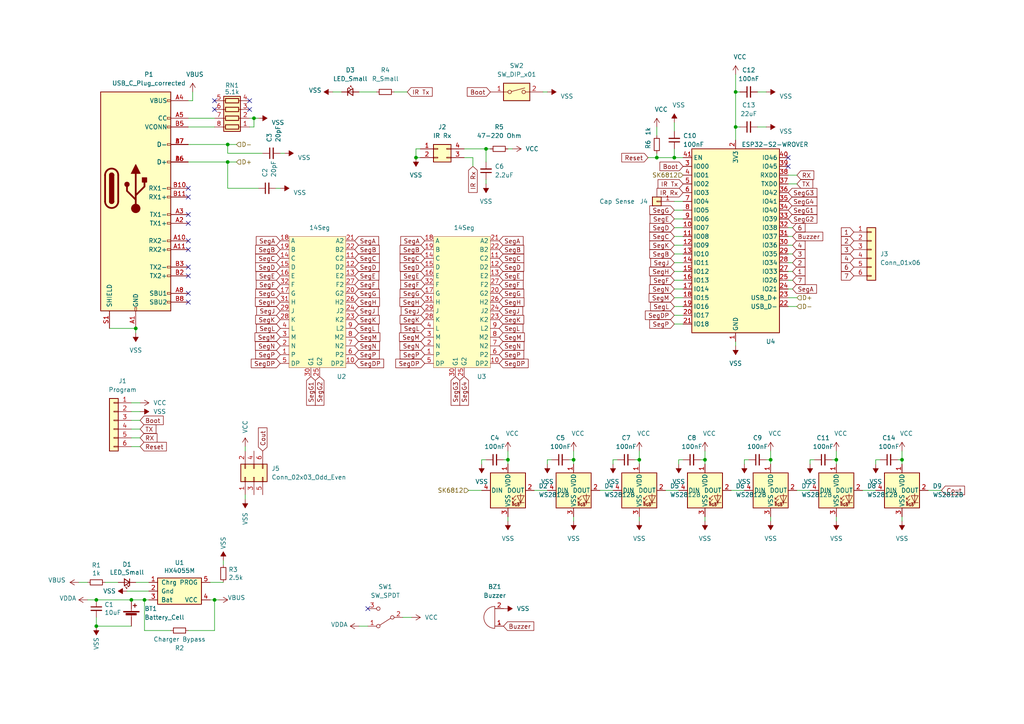
<source format=kicad_sch>
(kicad_sch (version 20210126) (generator eeschema)
  (paper "A4")
  (junction (at 27.94 173.99) (diameter 0.9144))
  (junction (at 27.94 181.61) (diameter 0.9144))
  (junction (at 38.1 173.99) (diameter 0.9144))
  (junction (at 39.37 95.25) (diameter 0.9144))
  (junction (at 41.91 173.99) (diameter 0.9144))
  (junction (at 62.23 173.99) (diameter 0.9144))
  (junction (at 66.04 41.91) (diameter 0.9144))
  (junction (at 66.04 46.99) (diameter 0.9144))
  (junction (at 73.66 34.29) (diameter 0.9144))
  (junction (at 120.65 45.72) (diameter 0.9144))
  (junction (at 140.97 43.18) (diameter 0.9144))
  (junction (at 147.32 133.35) (diameter 0.9144))
  (junction (at 166.37 133.35) (diameter 0.9144))
  (junction (at 185.42 133.35) (diameter 0.9144))
  (junction (at 190.5 45.72) (diameter 0.9144))
  (junction (at 195.58 45.72) (diameter 0.9144))
  (junction (at 204.47 133.35) (diameter 0.9144))
  (junction (at 213.36 26.67) (diameter 0.9144))
  (junction (at 213.36 36.83) (diameter 0.9144))
  (junction (at 223.52 133.35) (diameter 0.9144))
  (junction (at 242.57 133.35) (diameter 0.9144))
  (junction (at 261.62 133.35) (diameter 0.9144))
  (no_connect (at 54.61 54.61))
  (no_connect (at 54.61 57.15))
  (no_connect (at 54.61 62.23))
  (no_connect (at 54.61 64.77))
  (no_connect (at 54.61 69.85))
  (no_connect (at 54.61 72.39))
  (no_connect (at 54.61 77.47))
  (no_connect (at 54.61 80.01))
  (no_connect (at 54.61 85.09))
  (no_connect (at 54.61 87.63))
  (no_connect (at 62.23 29.21))
  (no_connect (at 62.23 31.75))
  (no_connect (at 72.39 29.21))
  (no_connect (at 72.39 31.75))
  (no_connect (at 106.68 176.53))
  (no_connect (at 228.6 45.72))
  (no_connect (at 228.6 48.26))
  (wire (pts (xy 22.86 168.91) (xy 25.4 168.91)))
  (wire (pts (xy 25.4 173.99) (xy 27.94 173.99)))
  (wire (pts (xy 27.94 173.99) (xy 38.1 173.99)))
  (wire (pts (xy 27.94 179.07) (xy 27.94 181.61)))
  (wire (pts (xy 27.94 181.61) (xy 38.1 181.61)))
  (wire (pts (xy 30.48 168.91) (xy 34.29 168.91)))
  (wire (pts (xy 31.75 95.25) (xy 39.37 95.25)))
  (wire (pts (xy 36.83 171.45) (xy 43.18 171.45)))
  (wire (pts (xy 38.1 116.84) (xy 40.64 116.84)))
  (wire (pts (xy 38.1 119.38) (xy 40.64 119.38)))
  (wire (pts (xy 38.1 121.92) (xy 40.64 121.92)))
  (wire (pts (xy 38.1 124.46) (xy 40.64 124.46)))
  (wire (pts (xy 38.1 127) (xy 40.64 127)))
  (wire (pts (xy 38.1 129.54) (xy 40.64 129.54)))
  (wire (pts (xy 38.1 173.99) (xy 41.91 173.99)))
  (wire (pts (xy 39.37 95.25) (xy 39.37 96.52)))
  (wire (pts (xy 39.37 168.91) (xy 43.18 168.91)))
  (wire (pts (xy 41.91 173.99) (xy 41.91 182.88)))
  (wire (pts (xy 41.91 173.99) (xy 43.18 173.99)))
  (wire (pts (xy 49.53 182.88) (xy 41.91 182.88)))
  (wire (pts (xy 54.61 34.29) (xy 62.23 34.29)))
  (wire (pts (xy 54.61 36.83) (xy 62.23 36.83)))
  (wire (pts (xy 54.61 41.91) (xy 66.04 41.91)))
  (wire (pts (xy 54.61 46.99) (xy 66.04 46.99)))
  (wire (pts (xy 54.61 182.88) (xy 62.23 182.88)))
  (wire (pts (xy 55.88 26.67) (xy 55.88 29.21)))
  (wire (pts (xy 55.88 29.21) (xy 54.61 29.21)))
  (wire (pts (xy 60.96 168.91) (xy 64.77 168.91)))
  (wire (pts (xy 60.96 173.99) (xy 62.23 173.99)))
  (wire (pts (xy 62.23 173.99) (xy 62.23 182.88)))
  (wire (pts (xy 62.23 173.99) (xy 63.5 173.99)))
  (wire (pts (xy 64.77 163.83) (xy 64.77 162.56)))
  (wire (pts (xy 66.04 41.91) (xy 68.58 41.91)))
  (wire (pts (xy 66.04 44.45) (xy 66.04 41.91)))
  (wire (pts (xy 66.04 46.99) (xy 68.58 46.99)))
  (wire (pts (xy 66.04 54.61) (xy 66.04 46.99)))
  (wire (pts (xy 71.12 129.54) (xy 71.12 130.81)))
  (wire (pts (xy 71.12 143.51) (xy 71.12 144.78)))
  (wire (pts (xy 72.39 34.29) (xy 73.66 34.29)))
  (wire (pts (xy 72.39 36.83) (xy 73.66 36.83)))
  (wire (pts (xy 73.66 34.29) (xy 73.66 36.83)))
  (wire (pts (xy 73.66 34.29) (xy 74.93 34.29)))
  (wire (pts (xy 74.93 54.61) (xy 66.04 54.61)))
  (wire (pts (xy 76.2 44.45) (xy 66.04 44.45)))
  (wire (pts (xy 80.01 54.61) (xy 81.28 54.61)))
  (wire (pts (xy 81.28 44.45) (xy 82.55 44.45)))
  (wire (pts (xy 96.52 26.67) (xy 99.06 26.67)))
  (wire (pts (xy 104.14 26.67) (xy 109.22 26.67)))
  (wire (pts (xy 104.14 181.61) (xy 106.68 181.61)))
  (wire (pts (xy 114.3 26.67) (xy 118.11 26.67)))
  (wire (pts (xy 119.38 179.07) (xy 116.84 179.07)))
  (wire (pts (xy 120.65 43.18) (xy 120.65 45.72)))
  (wire (pts (xy 120.65 45.72) (xy 121.92 45.72)))
  (wire (pts (xy 121.92 43.18) (xy 120.65 43.18)))
  (wire (pts (xy 134.62 43.18) (xy 140.97 43.18)))
  (wire (pts (xy 135.89 142.24) (xy 139.7 142.24)))
  (wire (pts (xy 137.16 45.72) (xy 134.62 45.72)))
  (wire (pts (xy 137.16 48.26) (xy 137.16 45.72)))
  (wire (pts (xy 139.7 133.35) (xy 140.97 133.35)))
  (wire (pts (xy 139.7 134.62) (xy 139.7 133.35)))
  (wire (pts (xy 140.97 43.18) (xy 142.24 43.18)))
  (wire (pts (xy 140.97 46.99) (xy 140.97 43.18)))
  (wire (pts (xy 140.97 52.07) (xy 140.97 53.34)))
  (wire (pts (xy 147.32 43.18) (xy 148.59 43.18)))
  (wire (pts (xy 147.32 130.81) (xy 147.32 133.35)))
  (wire (pts (xy 147.32 133.35) (xy 146.05 133.35)))
  (wire (pts (xy 147.32 134.62) (xy 147.32 133.35)))
  (wire (pts (xy 147.32 149.86) (xy 147.32 151.13)))
  (wire (pts (xy 154.94 142.24) (xy 158.75 142.24)))
  (wire (pts (xy 157.48 26.67) (xy 158.75 26.67)))
  (wire (pts (xy 158.75 133.35) (xy 160.02 133.35)))
  (wire (pts (xy 158.75 134.62) (xy 158.75 133.35)))
  (wire (pts (xy 166.37 130.81) (xy 166.37 133.35)))
  (wire (pts (xy 166.37 133.35) (xy 165.1 133.35)))
  (wire (pts (xy 166.37 134.62) (xy 166.37 133.35)))
  (wire (pts (xy 166.37 149.86) (xy 166.37 151.13)))
  (wire (pts (xy 173.99 142.24) (xy 177.8 142.24)))
  (wire (pts (xy 177.8 133.35) (xy 179.07 133.35)))
  (wire (pts (xy 177.8 134.62) (xy 177.8 133.35)))
  (wire (pts (xy 185.42 130.81) (xy 185.42 133.35)))
  (wire (pts (xy 185.42 133.35) (xy 184.15 133.35)))
  (wire (pts (xy 185.42 134.62) (xy 185.42 133.35)))
  (wire (pts (xy 185.42 149.86) (xy 185.42 151.13)))
  (wire (pts (xy 187.96 45.72) (xy 190.5 45.72)))
  (wire (pts (xy 190.5 36.83) (xy 190.5 39.37)))
  (wire (pts (xy 190.5 44.45) (xy 190.5 45.72)))
  (wire (pts (xy 190.5 45.72) (xy 195.58 45.72)))
  (wire (pts (xy 193.04 142.24) (xy 196.85 142.24)))
  (wire (pts (xy 195.58 35.56) (xy 195.58 38.1)))
  (wire (pts (xy 195.58 43.18) (xy 195.58 45.72)))
  (wire (pts (xy 195.58 45.72) (xy 198.12 45.72)))
  (wire (pts (xy 195.58 58.42) (xy 198.12 58.42)))
  (wire (pts (xy 195.58 60.96) (xy 198.12 60.96)))
  (wire (pts (xy 195.58 63.5) (xy 198.12 63.5)))
  (wire (pts (xy 195.58 66.04) (xy 198.12 66.04)))
  (wire (pts (xy 195.58 68.58) (xy 198.12 68.58)))
  (wire (pts (xy 195.58 71.12) (xy 198.12 71.12)))
  (wire (pts (xy 195.58 73.66) (xy 198.12 73.66)))
  (wire (pts (xy 195.58 76.2) (xy 198.12 76.2)))
  (wire (pts (xy 195.58 78.74) (xy 198.12 78.74)))
  (wire (pts (xy 195.58 81.28) (xy 198.12 81.28)))
  (wire (pts (xy 195.58 83.82) (xy 198.12 83.82)))
  (wire (pts (xy 195.58 86.36) (xy 198.12 86.36)))
  (wire (pts (xy 195.58 88.9) (xy 198.12 88.9)))
  (wire (pts (xy 195.58 91.44) (xy 198.12 91.44)))
  (wire (pts (xy 195.58 93.98) (xy 198.12 93.98)))
  (wire (pts (xy 196.85 133.35) (xy 198.12 133.35)))
  (wire (pts (xy 196.85 134.62) (xy 196.85 133.35)))
  (wire (pts (xy 204.47 130.81) (xy 204.47 133.35)))
  (wire (pts (xy 204.47 133.35) (xy 203.2 133.35)))
  (wire (pts (xy 204.47 134.62) (xy 204.47 133.35)))
  (wire (pts (xy 204.47 149.86) (xy 204.47 151.13)))
  (wire (pts (xy 212.09 142.24) (xy 215.9 142.24)))
  (wire (pts (xy 213.36 21.59) (xy 213.36 26.67)))
  (wire (pts (xy 213.36 26.67) (xy 213.36 36.83)))
  (wire (pts (xy 213.36 26.67) (xy 214.63 26.67)))
  (wire (pts (xy 213.36 36.83) (xy 213.36 40.64)))
  (wire (pts (xy 213.36 36.83) (xy 214.63 36.83)))
  (wire (pts (xy 213.36 99.06) (xy 213.36 100.33)))
  (wire (pts (xy 215.9 133.35) (xy 217.17 133.35)))
  (wire (pts (xy 215.9 134.62) (xy 215.9 133.35)))
  (wire (pts (xy 219.71 26.67) (xy 222.25 26.67)))
  (wire (pts (xy 219.71 36.83) (xy 222.25 36.83)))
  (wire (pts (xy 223.52 130.81) (xy 223.52 133.35)))
  (wire (pts (xy 223.52 133.35) (xy 222.25 133.35)))
  (wire (pts (xy 223.52 134.62) (xy 223.52 133.35)))
  (wire (pts (xy 223.52 149.86) (xy 223.52 151.13)))
  (wire (pts (xy 228.6 50.8) (xy 231.14 50.8)))
  (wire (pts (xy 228.6 53.34) (xy 231.14 53.34)))
  (wire (pts (xy 228.6 66.04) (xy 229.87 66.04)))
  (wire (pts (xy 228.6 68.58) (xy 229.87 68.58)))
  (wire (pts (xy 228.6 71.12) (xy 229.87 71.12)))
  (wire (pts (xy 228.6 73.66) (xy 229.87 73.66)))
  (wire (pts (xy 228.6 76.2) (xy 229.87 76.2)))
  (wire (pts (xy 228.6 78.74) (xy 229.87 78.74)))
  (wire (pts (xy 228.6 81.28) (xy 229.87 81.28)))
  (wire (pts (xy 228.6 83.82) (xy 229.87 83.82)))
  (wire (pts (xy 231.14 86.36) (xy 228.6 86.36)))
  (wire (pts (xy 231.14 88.9) (xy 228.6 88.9)))
  (wire (pts (xy 231.14 142.24) (xy 234.95 142.24)))
  (wire (pts (xy 234.95 133.35) (xy 236.22 133.35)))
  (wire (pts (xy 234.95 134.62) (xy 234.95 133.35)))
  (wire (pts (xy 242.57 130.81) (xy 242.57 133.35)))
  (wire (pts (xy 242.57 133.35) (xy 241.3 133.35)))
  (wire (pts (xy 242.57 134.62) (xy 242.57 133.35)))
  (wire (pts (xy 242.57 149.86) (xy 242.57 151.13)))
  (wire (pts (xy 250.19 142.24) (xy 254 142.24)))
  (wire (pts (xy 254 133.35) (xy 255.27 133.35)))
  (wire (pts (xy 254 134.62) (xy 254 133.35)))
  (wire (pts (xy 261.62 130.81) (xy 261.62 133.35)))
  (wire (pts (xy 261.62 133.35) (xy 260.35 133.35)))
  (wire (pts (xy 261.62 134.62) (xy 261.62 133.35)))
  (wire (pts (xy 261.62 149.86) (xy 261.62 151.13)))
  (wire (pts (xy 269.24 142.24) (xy 273.05 142.24)))
  (global_label "Boot" (shape input) (at 40.64 121.92 0) (property "Intersheet References" "${INTERSHEET_REFS}" (effects hide)))
  (global_label "TX" (shape input) (at 40.64 124.46 0) (property "Intersheet References" "${INTERSHEET_REFS}" (effects hide)))
  (global_label "RX" (shape input) (at 40.64 127 0) (property "Intersheet References" "${INTERSHEET_REFS}" (effects hide)))
  (global_label "Reset" (shape input) (at 40.64 129.54 0) (property "Intersheet References" "${INTERSHEET_REFS}" (effects hide)))
  (global_label "Cout" (shape input) (at 76.2 130.81 90) (property "Intersheet References" "${INTERSHEET_REFS}" (effects hide)))
  (global_label "SegA" (shape input) (at 81.28 69.85 180) (property "Intersheet References" "${INTERSHEET_REFS}" (effects hide)))
  (global_label "SegB" (shape input) (at 81.28 72.39 180) (property "Intersheet References" "${INTERSHEET_REFS}" (effects hide)))
  (global_label "SegC" (shape input) (at 81.28 74.93 180) (property "Intersheet References" "${INTERSHEET_REFS}" (effects hide)))
  (global_label "SegD" (shape input) (at 81.28 77.47 180) (property "Intersheet References" "${INTERSHEET_REFS}" (effects hide)))
  (global_label "SegE" (shape input) (at 81.28 80.01 180) (property "Intersheet References" "${INTERSHEET_REFS}" (effects hide)))
  (global_label "SegF" (shape input) (at 81.28 82.55 180) (property "Intersheet References" "${INTERSHEET_REFS}" (effects hide)))
  (global_label "SegG" (shape input) (at 81.28 85.09 180) (property "Intersheet References" "${INTERSHEET_REFS}" (effects hide)))
  (global_label "SegH" (shape input) (at 81.28 87.63 180) (property "Intersheet References" "${INTERSHEET_REFS}" (effects hide)))
  (global_label "SegJ" (shape input) (at 81.28 90.17 180) (property "Intersheet References" "${INTERSHEET_REFS}" (effects hide)))
  (global_label "SegK" (shape input) (at 81.28 92.71 180) (property "Intersheet References" "${INTERSHEET_REFS}" (effects hide)))
  (global_label "SegL" (shape input) (at 81.28 95.25 180) (property "Intersheet References" "${INTERSHEET_REFS}" (effects hide)))
  (global_label "SegM" (shape input) (at 81.28 97.79 180) (property "Intersheet References" "${INTERSHEET_REFS}" (effects hide)))
  (global_label "SegN" (shape input) (at 81.28 100.33 180) (property "Intersheet References" "${INTERSHEET_REFS}" (effects hide)))
  (global_label "SegP" (shape input) (at 81.28 102.87 180) (property "Intersheet References" "${INTERSHEET_REFS}" (effects hide)))
  (global_label "SegDP" (shape input) (at 81.28 105.41 180) (property "Intersheet References" "${INTERSHEET_REFS}" (effects hide)))
  (global_label "SegG1" (shape input) (at 90.17 109.22 270) (property "Intersheet References" "${INTERSHEET_REFS}" (effects hide)))
  (global_label "SegG2" (shape input) (at 92.71 109.22 270) (property "Intersheet References" "${INTERSHEET_REFS}" (effects hide)))
  (global_label "SegA" (shape input) (at 102.87 69.85 0) (property "Intersheet References" "${INTERSHEET_REFS}" (effects hide)))
  (global_label "SegB" (shape input) (at 102.87 72.39 0) (property "Intersheet References" "${INTERSHEET_REFS}" (effects hide)))
  (global_label "SegC" (shape input) (at 102.87 74.93 0) (property "Intersheet References" "${INTERSHEET_REFS}" (effects hide)))
  (global_label "SegD" (shape input) (at 102.87 77.47 0) (property "Intersheet References" "${INTERSHEET_REFS}" (effects hide)))
  (global_label "SegE" (shape input) (at 102.87 80.01 0) (property "Intersheet References" "${INTERSHEET_REFS}" (effects hide)))
  (global_label "SegF" (shape input) (at 102.87 82.55 0) (property "Intersheet References" "${INTERSHEET_REFS}" (effects hide)))
  (global_label "SegG" (shape input) (at 102.87 85.09 0) (property "Intersheet References" "${INTERSHEET_REFS}" (effects hide)))
  (global_label "SegH" (shape input) (at 102.87 87.63 0) (property "Intersheet References" "${INTERSHEET_REFS}" (effects hide)))
  (global_label "SegJ" (shape input) (at 102.87 90.17 0) (property "Intersheet References" "${INTERSHEET_REFS}" (effects hide)))
  (global_label "SegK" (shape input) (at 102.87 92.71 0) (property "Intersheet References" "${INTERSHEET_REFS}" (effects hide)))
  (global_label "SegL" (shape input) (at 102.87 95.25 0) (property "Intersheet References" "${INTERSHEET_REFS}" (effects hide)))
  (global_label "SegM" (shape input) (at 102.87 97.79 0) (property "Intersheet References" "${INTERSHEET_REFS}" (effects hide)))
  (global_label "SegN" (shape input) (at 102.87 100.33 0) (property "Intersheet References" "${INTERSHEET_REFS}" (effects hide)))
  (global_label "SegP" (shape input) (at 102.87 102.87 0) (property "Intersheet References" "${INTERSHEET_REFS}" (effects hide)))
  (global_label "SegDP" (shape input) (at 102.87 105.41 0) (property "Intersheet References" "${INTERSHEET_REFS}" (effects hide)))
  (global_label "IR Tx" (shape input) (at 118.11 26.67 0) (property "Intersheet References" "${INTERSHEET_REFS}" (effects hide)))
  (global_label "SegA" (shape input) (at 123.19 69.85 180) (property "Intersheet References" "${INTERSHEET_REFS}" (effects hide)))
  (global_label "SegB" (shape input) (at 123.19 72.39 180) (property "Intersheet References" "${INTERSHEET_REFS}" (effects hide)))
  (global_label "SegC" (shape input) (at 123.19 74.93 180) (property "Intersheet References" "${INTERSHEET_REFS}" (effects hide)))
  (global_label "SegD" (shape input) (at 123.19 77.47 180) (property "Intersheet References" "${INTERSHEET_REFS}" (effects hide)))
  (global_label "SegE" (shape input) (at 123.19 80.01 180) (property "Intersheet References" "${INTERSHEET_REFS}" (effects hide)))
  (global_label "SegF" (shape input) (at 123.19 82.55 180) (property "Intersheet References" "${INTERSHEET_REFS}" (effects hide)))
  (global_label "SegG" (shape input) (at 123.19 85.09 180) (property "Intersheet References" "${INTERSHEET_REFS}" (effects hide)))
  (global_label "SegH" (shape input) (at 123.19 87.63 180) (property "Intersheet References" "${INTERSHEET_REFS}" (effects hide)))
  (global_label "SegJ" (shape input) (at 123.19 90.17 180) (property "Intersheet References" "${INTERSHEET_REFS}" (effects hide)))
  (global_label "SegK" (shape input) (at 123.19 92.71 180) (property "Intersheet References" "${INTERSHEET_REFS}" (effects hide)))
  (global_label "SegL" (shape input) (at 123.19 95.25 180) (property "Intersheet References" "${INTERSHEET_REFS}" (effects hide)))
  (global_label "SegM" (shape input) (at 123.19 97.79 180) (property "Intersheet References" "${INTERSHEET_REFS}" (effects hide)))
  (global_label "SegN" (shape input) (at 123.19 100.33 180) (property "Intersheet References" "${INTERSHEET_REFS}" (effects hide)))
  (global_label "SegP" (shape input) (at 123.19 102.87 180) (property "Intersheet References" "${INTERSHEET_REFS}" (effects hide)))
  (global_label "SegDP" (shape input) (at 123.19 105.41 180) (property "Intersheet References" "${INTERSHEET_REFS}" (effects hide)))
  (global_label "SegG3" (shape input) (at 132.08 109.22 270) (property "Intersheet References" "${INTERSHEET_REFS}" (effects hide)))
  (global_label "SegG4" (shape input) (at 134.62 109.22 270) (property "Intersheet References" "${INTERSHEET_REFS}" (effects hide)))
  (global_label "IR Rx" (shape input) (at 137.16 48.26 270) (property "Intersheet References" "${INTERSHEET_REFS}" (effects hide)))
  (global_label "Boot" (shape input) (at 142.24 26.67 180) (property "Intersheet References" "${INTERSHEET_REFS}" (effects hide)))
  (global_label "SegA" (shape input) (at 144.78 69.85 0) (property "Intersheet References" "${INTERSHEET_REFS}" (effects hide)))
  (global_label "SegB" (shape input) (at 144.78 72.39 0) (property "Intersheet References" "${INTERSHEET_REFS}" (effects hide)))
  (global_label "SegC" (shape input) (at 144.78 74.93 0) (property "Intersheet References" "${INTERSHEET_REFS}" (effects hide)))
  (global_label "SegD" (shape input) (at 144.78 77.47 0) (property "Intersheet References" "${INTERSHEET_REFS}" (effects hide)))
  (global_label "SegE" (shape input) (at 144.78 80.01 0) (property "Intersheet References" "${INTERSHEET_REFS}" (effects hide)))
  (global_label "SegF" (shape input) (at 144.78 82.55 0) (property "Intersheet References" "${INTERSHEET_REFS}" (effects hide)))
  (global_label "SegG" (shape input) (at 144.78 85.09 0) (property "Intersheet References" "${INTERSHEET_REFS}" (effects hide)))
  (global_label "SegH" (shape input) (at 144.78 87.63 0) (property "Intersheet References" "${INTERSHEET_REFS}" (effects hide)))
  (global_label "SegJ" (shape input) (at 144.78 90.17 0) (property "Intersheet References" "${INTERSHEET_REFS}" (effects hide)))
  (global_label "SegK" (shape input) (at 144.78 92.71 0) (property "Intersheet References" "${INTERSHEET_REFS}" (effects hide)))
  (global_label "SegL" (shape input) (at 144.78 95.25 0) (property "Intersheet References" "${INTERSHEET_REFS}" (effects hide)))
  (global_label "SegM" (shape input) (at 144.78 97.79 0) (property "Intersheet References" "${INTERSHEET_REFS}" (effects hide)))
  (global_label "SegN" (shape input) (at 144.78 100.33 0) (property "Intersheet References" "${INTERSHEET_REFS}" (effects hide)))
  (global_label "SegP" (shape input) (at 144.78 102.87 0) (property "Intersheet References" "${INTERSHEET_REFS}" (effects hide)))
  (global_label "SegDP" (shape input) (at 144.78 105.41 0) (property "Intersheet References" "${INTERSHEET_REFS}" (effects hide)))
  (global_label "Buzzer" (shape input) (at 146.05 181.61 0) (property "Intersheet References" "${INTERSHEET_REFS}" (effects hide)))
  (global_label "Reset" (shape input) (at 187.96 45.72 180) (property "Intersheet References" "${INTERSHEET_REFS}" (effects hide)))
  (global_label "SegG" (shape input) (at 195.58 60.96 180) (property "Intersheet References" "${INTERSHEET_REFS}" (effects hide)))
  (global_label "SegE" (shape input) (at 195.58 63.5 180) (property "Intersheet References" "${INTERSHEET_REFS}" (effects hide)))
  (global_label "SegD" (shape input) (at 195.58 66.04 180) (property "Intersheet References" "${INTERSHEET_REFS}" (effects hide)))
  (global_label "SegC" (shape input) (at 195.58 68.58 180) (property "Intersheet References" "${INTERSHEET_REFS}" (effects hide)))
  (global_label "SegK" (shape input) (at 195.58 71.12 180) (property "Intersheet References" "${INTERSHEET_REFS}" (effects hide)))
  (global_label "SegB" (shape input) (at 195.58 73.66 180) (property "Intersheet References" "${INTERSHEET_REFS}" (effects hide)))
  (global_label "SegJ" (shape input) (at 195.58 76.2 180) (property "Intersheet References" "${INTERSHEET_REFS}" (effects hide)))
  (global_label "SegH" (shape input) (at 195.58 78.74 180) (property "Intersheet References" "${INTERSHEET_REFS}" (effects hide)))
  (global_label "SegF" (shape input) (at 195.58 81.28 180) (property "Intersheet References" "${INTERSHEET_REFS}" (effects hide)))
  (global_label "SegN" (shape input) (at 195.58 83.82 180) (property "Intersheet References" "${INTERSHEET_REFS}" (effects hide)))
  (global_label "SegM" (shape input) (at 195.58 86.36 180) (property "Intersheet References" "${INTERSHEET_REFS}" (effects hide)))
  (global_label "SegL" (shape input) (at 195.58 88.9 180) (property "Intersheet References" "${INTERSHEET_REFS}" (effects hide)))
  (global_label "SegDP" (shape input) (at 195.58 91.44 180) (property "Intersheet References" "${INTERSHEET_REFS}" (effects hide)))
  (global_label "SegP" (shape input) (at 195.58 93.98 180) (property "Intersheet References" "${INTERSHEET_REFS}" (effects hide)))
  (global_label "Boot" (shape input) (at 198.12 48.26 180) (property "Intersheet References" "${INTERSHEET_REFS}" (effects hide)))
  (global_label "IR Tx" (shape input) (at 198.12 53.34 180) (property "Intersheet References" "${INTERSHEET_REFS}" (effects hide)))
  (global_label "IR Rx" (shape input) (at 198.12 55.88 180) (property "Intersheet References" "${INTERSHEET_REFS}" (effects hide)))
  (global_label "SegG3" (shape input) (at 228.6 55.88 0) (property "Intersheet References" "${INTERSHEET_REFS}" (effects hide)))
  (global_label "SegG4" (shape input) (at 228.6 58.42 0) (property "Intersheet References" "${INTERSHEET_REFS}" (effects hide)))
  (global_label "SegG1" (shape input) (at 228.6 60.96 0) (property "Intersheet References" "${INTERSHEET_REFS}" (effects hide)))
  (global_label "SegG2" (shape input) (at 228.6 63.5 0) (property "Intersheet References" "${INTERSHEET_REFS}" (effects hide)))
  (global_label "6" (shape input) (at 229.87 66.04 0) (property "Intersheet References" "${INTERSHEET_REFS}" (effects hide)))
  (global_label "Buzzer" (shape input) (at 229.87 68.58 0) (property "Intersheet References" "${INTERSHEET_REFS}" (effects hide)))
  (global_label "4" (shape input) (at 229.87 71.12 0) (property "Intersheet References" "${INTERSHEET_REFS}" (effects hide)))
  (global_label "3" (shape input) (at 229.87 73.66 0) (property "Intersheet References" "${INTERSHEET_REFS}" (effects hide)))
  (global_label "2" (shape input) (at 229.87 76.2 0) (property "Intersheet References" "${INTERSHEET_REFS}" (effects hide)))
  (global_label "1" (shape input) (at 229.87 78.74 0) (property "Intersheet References" "${INTERSHEET_REFS}" (effects hide)))
  (global_label "7" (shape input) (at 229.87 81.28 0) (property "Intersheet References" "${INTERSHEET_REFS}" (effects hide)))
  (global_label "SegA" (shape input) (at 229.87 83.82 0) (property "Intersheet References" "${INTERSHEET_REFS}" (effects hide)))
  (global_label "RX" (shape input) (at 231.14 50.8 0) (property "Intersheet References" "${INTERSHEET_REFS}" (effects hide)))
  (global_label "TX" (shape input) (at 231.14 53.34 0) (property "Intersheet References" "${INTERSHEET_REFS}" (effects hide)))
  (global_label "1" (shape input) (at 247.65 67.31 180) (property "Intersheet References" "${INTERSHEET_REFS}" (effects hide)))
  (global_label "2" (shape input) (at 247.65 69.85 180) (property "Intersheet References" "${INTERSHEET_REFS}" (effects hide)))
  (global_label "3" (shape input) (at 247.65 72.39 180) (property "Intersheet References" "${INTERSHEET_REFS}" (effects hide)))
  (global_label "4" (shape input) (at 247.65 74.93 180) (property "Intersheet References" "${INTERSHEET_REFS}" (effects hide)))
  (global_label "6" (shape input) (at 247.65 77.47 180) (property "Intersheet References" "${INTERSHEET_REFS}" (effects hide)))
  (global_label "7" (shape input) (at 247.65 80.01 180) (property "Intersheet References" "${INTERSHEET_REFS}" (effects hide)))
  (global_label "Cout" (shape input) (at 273.05 142.24 0) (property "Intersheet References" "${INTERSHEET_REFS}" (effects hide)))
  (hierarchical_label "D-" (shape input) (at 68.58 41.91 0))
  (hierarchical_label "D+" (shape input) (at 68.58 46.99 0))
  (hierarchical_label "SK6812" (shape input) (at 135.89 142.24 180))
  (hierarchical_label "SK6812" (shape input) (at 198.12 50.8 180))
  (hierarchical_label "D+" (shape input) (at 231.14 86.36 0))
  (hierarchical_label "D-" (shape input) (at 231.14 88.9 0))
  (symbol (lib_id "power:VBUS") (at 22.86 168.91 90) (unit 1)
    (property "Reference" "#PWR01" (effects hide))
    (property "Value" "VBUS" (at 16.51 168.275 90))
  )
  (symbol (lib_id "power:VDDA") (at 25.4 173.99 90) (unit 1)
    (property "Reference" "#PWR02" (effects hide))
    (property "Value" "VDDA" (at 22.1488 173.5328 90) (effects (justify left)))
  )
  (symbol (lib_id "power:VSS") (at 27.94 181.61 180) (unit 1)
    (property "Reference" "#PWR03" (effects hide))
    (property "Value" "VSS" (at 27.94 186.69 90))
  )
  (symbol (lib_id "power:VSS") (at 36.83 171.45 90) (unit 1)
    (property "Reference" "#PWR04" (effects hide))
    (property "Value" "VSS" (at 31.75 171.45 90))
  )
  (symbol (lib_id "power:VSS") (at 39.37 96.52 180) (unit 1)
    (property "Reference" "#PWR0104" (effects hide))
    (property "Value" "VSS" (at 39.37 101.6 0))
  )
  (symbol (lib_id "power:VCC") (at 40.64 116.84 270) (unit 1)
    (property "Reference" "#PWR06" (effects hide))
    (property "Value" "VCC" (at 44.45 116.84 90) (effects (justify left)))
  )
  (symbol (lib_id "power:VSS") (at 40.64 119.38 270) (unit 1)
    (property "Reference" "#PWR0105" (effects hide))
    (property "Value" "VSS" (at 44.45 119.38 90) (effects (justify left)))
  )
  (symbol (lib_id "power:VBUS") (at 55.88 26.67 0) (unit 1)
    (property "Reference" "#PWR08" (effects hide))
    (property "Value" "VBUS" (at 56.515 21.59 0))
  )
  (symbol (lib_id "power:VBUS") (at 63.5 173.99 270) (unit 1)
    (property "Reference" "#PWR09" (effects hide))
    (property "Value" "VBUS" (at 68.58 173.355 90))
  )
  (symbol (lib_id "power:VSS") (at 64.77 162.56 0) (unit 1)
    (property "Reference" "#PWR010" (effects hide))
    (property "Value" "VSS" (at 64.77 157.48 90))
  )
  (symbol (lib_id "power:VCC") (at 71.12 129.54 0) (unit 1)
    (property "Reference" "#PWR07" (effects hide))
    (property "Value" "VCC" (at 71.12 125.73 90) (effects (justify left)))
  )
  (symbol (lib_id "power:VSS") (at 71.12 144.78 180) (unit 1)
    (property "Reference" "#PWR011" (effects hide))
    (property "Value" "VSS" (at 71.12 148.59 90) (effects (justify left)))
  )
  (symbol (lib_id "power:VSS") (at 74.93 34.29 270) (unit 1)
    (property "Reference" "#PWR0103" (effects hide))
    (property "Value" "VSS" (at 78.74 35.56 90) (effects (justify left)))
  )
  (symbol (lib_id "power:VSS") (at 81.28 54.61 270) (unit 1)
    (property "Reference" "#PWR0102" (effects hide))
    (property "Value" "VSS" (at 85.09 55.88 90) (effects (justify left)))
  )
  (symbol (lib_id "power:VSS") (at 82.55 44.45 270) (unit 1)
    (property "Reference" "#PWR0101" (effects hide))
    (property "Value" "VSS" (at 86.36 45.72 90) (effects (justify left)))
  )
  (symbol (lib_id "power:VSS") (at 96.52 26.67 90) (unit 1)
    (property "Reference" "#PWR018" (effects hide))
    (property "Value" "VSS" (at 93.2688 26.2128 90) (effects (justify left)))
  )
  (symbol (lib_id "power:VDDA") (at 104.14 181.61 90) (unit 1)
    (property "Reference" "#PWR015" (effects hide))
    (property "Value" "VDDA" (at 100.8888 181.1528 90) (effects (justify left)))
  )
  (symbol (lib_id "power:VCC") (at 119.38 179.07 270) (unit 1)
    (property "Reference" "#PWR020" (effects hide))
    (property "Value" "VCC" (at 123.19 179.07 90) (effects (justify left)))
  )
  (symbol (lib_id "power:VSS") (at 120.65 45.72 180) (unit 1)
    (property "Reference" "#PWR021" (effects hide))
    (property "Value" "VSS" (at 120.65 50.8 0))
  )
  (symbol (lib_id "power:VSS") (at 139.7 134.62 180) (unit 1)
    (property "Reference" "#PWR0110" (effects hide))
    (property "Value" "VSS" (at 139.7 139.7 0))
  )
  (symbol (lib_id "power:VSS") (at 140.97 53.34 180) (unit 1)
    (property "Reference" "#PWR024" (effects hide))
    (property "Value" "VSS" (at 140.97 58.42 0))
  )
  (symbol (lib_id "power:VSS") (at 146.05 176.53 270) (unit 1)
    (property "Reference" "#PWR05" (effects hide))
    (property "Value" "VSS" (at 149.86 176.53 90) (effects (justify left)))
  )
  (symbol (lib_id "power:VCC") (at 147.32 130.81 0) (unit 1)
    (property "Reference" "#PWR0129" (effects hide))
    (property "Value" "VCC" (at 148.59 125.73 0))
  )
  (symbol (lib_id "power:VSS") (at 147.32 151.13 180) (unit 1)
    (property "Reference" "#PWR0128" (effects hide))
    (property "Value" "VSS" (at 147.32 156.21 0))
  )
  (symbol (lib_id "power:VCC") (at 148.59 43.18 270) (unit 1)
    (property "Reference" "#PWR026" (effects hide))
    (property "Value" "VCC" (at 152.4 43.18 90) (effects (justify left)))
  )
  (symbol (lib_id "power:VSS") (at 158.75 26.67 270) (unit 1)
    (property "Reference" "#PWR030" (effects hide))
    (property "Value" "VSS" (at 162.56 27.94 90) (effects (justify left)))
  )
  (symbol (lib_id "power:VSS") (at 158.75 134.62 180) (unit 1)
    (property "Reference" "#PWR0114" (effects hide))
    (property "Value" "VSS" (at 158.75 139.7 0))
  )
  (symbol (lib_id "power:VCC") (at 166.37 130.81 0) (unit 1)
    (property "Reference" "#PWR0113" (effects hide))
    (property "Value" "VCC" (at 167.64 125.73 0))
  )
  (symbol (lib_id "power:VSS") (at 166.37 151.13 180) (unit 1)
    (property "Reference" "#PWR0126" (effects hide))
    (property "Value" "VSS" (at 166.37 156.21 0))
  )
  (symbol (lib_id "power:VSS") (at 177.8 134.62 180) (unit 1)
    (property "Reference" "#PWR0115" (effects hide))
    (property "Value" "VSS" (at 177.8 139.7 0))
  )
  (symbol (lib_id "power:VCC") (at 185.42 130.81 0) (unit 1)
    (property "Reference" "#PWR0130" (effects hide))
    (property "Value" "VCC" (at 186.69 125.73 0))
  )
  (symbol (lib_id "power:VSS") (at 185.42 151.13 180) (unit 1)
    (property "Reference" "#PWR0127" (effects hide))
    (property "Value" "VSS" (at 185.42 156.21 0))
  )
  (symbol (lib_id "power:VCC") (at 190.5 36.83 0) (unit 1)
    (property "Reference" "#PWR037" (effects hide))
    (property "Value" "VCC" (at 191.77 31.75 0))
  )
  (symbol (lib_id "power:VSS") (at 195.58 35.56 0) (unit 1)
    (property "Reference" "#PWR0109" (effects hide))
    (property "Value" "VSS" (at 196.85 30.48 0))
  )
  (symbol (lib_id "power:VSS") (at 196.85 134.62 180) (unit 1)
    (property "Reference" "#PWR0124" (effects hide))
    (property "Value" "VSS" (at 196.85 139.7 0))
  )
  (symbol (lib_id "power:VCC") (at 204.47 130.81 0) (unit 1)
    (property "Reference" "#PWR0111" (effects hide))
    (property "Value" "VCC" (at 205.74 125.73 0))
  )
  (symbol (lib_id "power:VSS") (at 204.47 151.13 180) (unit 1)
    (property "Reference" "#PWR0125" (effects hide))
    (property "Value" "VSS" (at 204.47 156.21 0))
  )
  (symbol (lib_id "power:VCC") (at 213.36 21.59 0) (unit 1)
    (property "Reference" "#PWR041" (effects hide))
    (property "Value" "VCC" (at 214.63 16.51 0))
  )
  (symbol (lib_id "power:VSS") (at 213.36 100.33 180) (unit 1)
    (property "Reference" "#PWR0106" (effects hide))
    (property "Value" "VSS" (at 213.36 105.41 0))
  )
  (symbol (lib_id "power:VSS") (at 215.9 134.62 180) (unit 1)
    (property "Reference" "#PWR0112" (effects hide))
    (property "Value" "VSS" (at 215.9 139.7 0))
  )
  (symbol (lib_id "power:VSS") (at 222.25 26.67 270) (unit 1)
    (property "Reference" "#PWR0108" (effects hide))
    (property "Value" "VSS" (at 226.06 27.94 90) (effects (justify left)))
  )
  (symbol (lib_id "power:VSS") (at 222.25 36.83 270) (unit 1)
    (property "Reference" "#PWR0107" (effects hide))
    (property "Value" "VSS" (at 226.06 38.1 90) (effects (justify left)))
  )
  (symbol (lib_id "power:VCC") (at 223.52 130.81 0) (unit 1)
    (property "Reference" "#PWR0116" (effects hide))
    (property "Value" "VCC" (at 224.79 125.73 0))
  )
  (symbol (lib_id "power:VSS") (at 223.52 151.13 180) (unit 1)
    (property "Reference" "#PWR0121" (effects hide))
    (property "Value" "VSS" (at 223.52 156.21 0))
  )
  (symbol (lib_id "power:VSS") (at 234.95 134.62 180) (unit 1)
    (property "Reference" "#PWR0119" (effects hide))
    (property "Value" "VSS" (at 234.95 139.7 0))
  )
  (symbol (lib_id "power:VCC") (at 242.57 130.81 0) (unit 1)
    (property "Reference" "#PWR0120" (effects hide))
    (property "Value" "VCC" (at 243.84 125.73 0))
  )
  (symbol (lib_id "power:VSS") (at 242.57 151.13 180) (unit 1)
    (property "Reference" "#PWR0122" (effects hide))
    (property "Value" "VSS" (at 242.57 156.21 0))
  )
  (symbol (lib_id "power:VSS") (at 254 134.62 180) (unit 1)
    (property "Reference" "#PWR0118" (effects hide))
    (property "Value" "VSS" (at 254 139.7 0))
  )
  (symbol (lib_id "power:VCC") (at 261.62 130.81 0) (unit 1)
    (property "Reference" "#PWR0117" (effects hide))
    (property "Value" "VCC" (at 262.89 125.73 0))
  )
  (symbol (lib_id "power:VSS") (at 261.62 151.13 180) (unit 1)
    (property "Reference" "#PWR0123" (effects hide))
    (property "Value" "VSS" (at 261.62 156.21 0))
  )
  (symbol (lib_id "Device:R_Small") (at 27.94 168.91 270) (unit 1)
    (property "Reference" "R1" (at 27.94 163.9316 90))
    (property "Value" "1k" (at 27.94 166.243 90))
    (property "Footprint" "Resistor_SMD:R_0805_2012Metric" (effects hide))
  )
  (symbol (lib_id "Device:R_Small") (at 52.07 182.88 270) (unit 1)
    (property "Reference" "R2" (at 52.07 187.96 90))
    (property "Value" "Charger Bypass" (at 52.07 185.42 90))
    (property "Footprint" "Resistor_SMD:R_0805_2012Metric" (effects hide))
  )
  (symbol (lib_id "Device:R_Small") (at 64.77 166.37 0) (unit 1)
    (property "Reference" "R3" (at 66.2686 165.2016 0) (effects (justify left)))
    (property "Value" "2.5k" (at 66.269 167.513 0) (effects (justify left)))
    (property "Footprint" "Resistor_SMD:R_0805_2012Metric" (effects hide))
  )
  (symbol (lib_id "Device:R_Small") (at 111.76 26.67 90) (unit 1)
    (property "Reference" "R4" (at 111.76 20.32 90))
    (property "Value" "R_Small" (at 111.76 22.86 90))
    (property "Footprint" "Resistor_SMD:R_0805_2012Metric" (effects hide))
  )
  (symbol (lib_id "Device:R_Small") (at 144.78 43.18 90) (unit 1)
    (property "Reference" "R5" (at 144.78 36.83 90))
    (property "Value" "47-220 Ohm" (at 144.78 39.37 90))
    (property "Footprint" "Resistor_SMD:R_0805_2012Metric" (effects hide))
  )
  (symbol (lib_id "Device:R_Small") (at 190.5 41.91 180) (unit 1)
    (property "Reference" "R6" (at 187.96 41.91 90))
    (property "Value" "1k" (at 187.96 38.1 90))
    (property "Footprint" "Resistor_SMD:R_0805_2012Metric" (effects hide))
  )
  (symbol (lib_id "Device:LED_Small") (at 36.83 168.91 180) (unit 1)
    (property "Reference" "D1" (at 36.83 163.703 0))
    (property "Value" "LED_Small" (at 36.83 166.0144 0))
    (property "Footprint" "LED_SMD:LED_0805_2012Metric" (effects hide))
  )
  (symbol (lib_id "Device:LED_Small") (at 101.6 26.67 0) (unit 1)
    (property "Reference" "D3" (at 101.6 20.32 0))
    (property "Value" "LED_Small" (at 101.6 22.86 0))
    (property "Footprint" "CornConStranger:IR26-61C" (effects hide))
  )
  (symbol (lib_id "Device:C_Small") (at 27.94 176.53 0) (unit 1)
    (property "Reference" "C1" (at 30.2768 175.3616 0) (effects (justify left)))
    (property "Value" "10uF" (at 30.2768 177.673 0) (effects (justify left)))
    (property "Footprint" "Capacitor_SMD:C_0805_2012Metric" (effects hide))
  )
  (symbol (lib_id "Device:C_Small") (at 77.47 54.61 90) (unit 1)
    (property "Reference" "C2" (at 76.835 51.435 0) (effects (justify left)))
    (property "Value" "20pF" (at 79.375 51.435 0) (effects (justify left)))
    (property "Footprint" "Capacitor_SMD:C_0805_2012Metric" (effects hide))
  )
  (symbol (lib_id "Device:C_Small") (at 78.74 44.45 90) (unit 1)
    (property "Reference" "C3" (at 78.105 41.275 0) (effects (justify left)))
    (property "Value" "20pF" (at 80.645 41.275 0) (effects (justify left)))
    (property "Footprint" "Capacitor_SMD:C_0805_2012Metric" (effects hide))
  )
  (symbol (lib_id "Device:C_Small") (at 140.97 49.53 180) (unit 1)
    (property "Reference" "C6" (at 143.51 48.26 0) (effects (justify right)))
    (property "Value" "2.2uF" (at 143.51 50.8 0) (effects (justify right)))
    (property "Footprint" "Capacitor_SMD:C_0805_2012Metric" (effects hide))
  )
  (symbol (lib_id "Device:C_Small") (at 143.51 133.35 90) (unit 1)
    (property "Reference" "C4" (at 143.51 127 90))
    (property "Value" "100nF" (at 143.51 129.54 90))
    (property "Footprint" "Capacitor_SMD:C_0805_2012Metric" (effects hide))
  )
  (symbol (lib_id "Device:C_Small") (at 162.56 133.35 90) (unit 1)
    (property "Reference" "C5" (at 162.56 127 90))
    (property "Value" "100nF" (at 162.56 129.54 90))
    (property "Footprint" "Capacitor_SMD:C_0805_2012Metric" (effects hide))
  )
  (symbol (lib_id "Device:C_Small") (at 181.61 133.35 90) (unit 1)
    (property "Reference" "C7" (at 181.61 127 90))
    (property "Value" "100nF" (at 181.61 129.54 90))
    (property "Footprint" "Capacitor_SMD:C_0805_2012Metric" (effects hide))
  )
  (symbol (lib_id "Device:C_Small") (at 195.58 40.64 180) (unit 1)
    (property "Reference" "C10" (at 198.12 39.37 0) (effects (justify right)))
    (property "Value" "100nF" (at 198.12 41.91 0) (effects (justify right)))
    (property "Footprint" "Capacitor_SMD:C_0805_2012Metric" (effects hide))
  )
  (symbol (lib_id "Device:C_Small") (at 200.66 133.35 90) (unit 1)
    (property "Reference" "C8" (at 200.66 127 90))
    (property "Value" "100nF" (at 200.66 129.54 90))
    (property "Footprint" "Capacitor_SMD:C_0805_2012Metric" (effects hide))
  )
  (symbol (lib_id "Device:C_Small") (at 217.17 26.67 90) (unit 1)
    (property "Reference" "C12" (at 217.17 20.32 90))
    (property "Value" "100nF" (at 217.17 22.86 90))
    (property "Footprint" "Capacitor_SMD:C_0805_2012Metric" (effects hide))
  )
  (symbol (lib_id "Device:C_Small") (at 217.17 36.83 90) (unit 1)
    (property "Reference" "C13" (at 217.17 30.48 90))
    (property "Value" "22uF" (at 217.17 33.02 90))
    (property "Footprint" "Capacitor_SMD:C_0805_2012Metric" (effects hide))
  )
  (symbol (lib_id "Device:C_Small") (at 219.71 133.35 90) (unit 1)
    (property "Reference" "C9" (at 219.71 127 90))
    (property "Value" "100nF" (at 219.71 129.54 90))
    (property "Footprint" "Capacitor_SMD:C_0805_2012Metric" (effects hide))
  )
  (symbol (lib_id "Device:C_Small") (at 238.76 133.35 90) (unit 1)
    (property "Reference" "C11" (at 238.76 127 90))
    (property "Value" "100nF" (at 238.76 129.54 90))
    (property "Footprint" "Capacitor_SMD:C_0805_2012Metric" (effects hide))
  )
  (symbol (lib_id "Device:C_Small") (at 257.81 133.35 90) (unit 1)
    (property "Reference" "C14" (at 257.81 127 90))
    (property "Value" "100nF" (at 257.81 129.54 90))
    (property "Footprint" "Capacitor_SMD:C_0805_2012Metric" (effects hide))
  )
  (symbol (lib_id "Connector_Generic:Conn_01x01") (at 190.5 58.42 180) (unit 1)
    (property "Reference" "J4" (at 187.96 58.42 0) (effects (justify left)))
    (property "Value" "Cap Sense" (at 184.15 58.42 0) (effects (justify left)))
    (property "Footprint" "CornConStranger:CapSence" (effects hide))
  )
  (symbol (lib_id "Device:Battery_Cell") (at 38.1 179.07 0) (unit 1)
    (property "Reference" "BT1" (at 41.91 176.53 0) (effects (justify left)))
    (property "Value" "Battery_Cell" (at 41.91 179.07 0) (effects (justify left)))
    (property "Footprint" "Tests:Dongguan14500" (effects hide))
  )
  (symbol (lib_id "Device:Buzzer") (at 143.51 179.07 180) (unit 1)
    (property "Reference" "BZ1" (at 143.51 170.18 0))
    (property "Value" "Buzzer" (at 143.51 172.72 0))
    (property "Footprint" "CornConStranger:FUET-1030-3V-Buzzer" (effects hide))
  )
  (symbol (lib_id "Connector_Generic:Conn_02x02_Counter_Clockwise") (at 127 43.18 0) (unit 1)
    (property "Reference" "J2" (at 128.27 36.83 0))
    (property "Value" "IR Rx" (at 128.27 39.37 0))
    (property "Footprint" "CornConStranger:IRM-H936" (effects hide))
  )
  (symbol (lib_id "Switch:SW_SPDT") (at 111.76 179.07 180) (unit 1)
    (property "Reference" "SW1" (at 111.76 170.18 0))
    (property "Value" "SW_SPDT" (at 111.76 172.72 0))
    (property "Footprint" "BreadBoardPwr:SK-3296S_switch" (effects hide))
  )
  (symbol (lib_id "Switch:SW_DIP_x01") (at 149.86 26.67 0) (unit 1)
    (property "Reference" "SW2" (at 149.86 19.05 0))
    (property "Value" "SW_DIP_x01" (at 149.86 21.59 0))
    (property "Footprint" "CornConStranger:TS36CA-0.7-Button" (effects hide))
  )
  (symbol (lib_id "Connector_Generic:Conn_01x06") (at 33.02 121.92 0) (mirror y) (unit 1)
    (property "Reference" "J1" (at 35.56 110.49 0))
    (property "Value" "Program" (at 35.56 113.03 0))
    (property "Footprint" "Connector_PinHeader_2.54mm:PinHeader_1x06_P2.54mm_Vertical" (effects hide))
  )
  (symbol (lib_id "Connector_Generic:Conn_01x06") (at 252.73 72.39 0) (unit 1)
    (property "Reference" "J3" (at 255.27 73.66 0) (effects (justify left)))
    (property "Value" "Conn_01x06" (at 255.27 76.2 0) (effects (justify left)))
    (property "Footprint" "Connector_PinHeader_2.54mm:PinHeader_1x06_P2.54mm_Vertical" (effects hide))
  )
  (symbol (lib_id "Connector_Generic:Conn_02x03_Odd_Even") (at 73.66 138.43 90) (unit 1)
    (property "Reference" "J5" (at 78.74 135.89 90) (effects (justify right)))
    (property "Value" "Conn_02x03_Odd_Even" (at 78.74 138.43 90) (effects (justify right)))
    (property "Footprint" "Connector_PinHeader_2.54mm:PinHeader_2x03_P2.54mm_Vertical" (effects hide))
  )
  (symbol (lib_id "Device:R_Pack04") (at 67.31 31.75 90) (unit 1)
    (property "Reference" "RN1" (at 67.31 24.765 90))
    (property "Value" "5.1k" (at 67.31 26.67 90))
    (property "Footprint" "Resistor_SMD:R_Array_Convex_4x0603" (effects hide))
  )
  (symbol (lib_id "TwitterKeyboard-rescue:HX4055M-MechKeyboard") (at 52.07 166.37 0) (unit 1)
    (property "Reference" "U1" (at 52.07 163.195 0))
    (property "Value" "HX4055M" (at 52.07 165.5064 0))
    (property "Footprint" "Package_TO_SOT_SMD:SOT-23-5" (effects hide))
  )
  (symbol (lib_id "LED:WS2812B") (at 147.32 142.24 0) (unit 1)
    (property "Reference" "D2" (at 156.21 140.97 0) (effects (justify left)))
    (property "Value" "WS2812B" (at 156.21 143.51 0) (effects (justify left)))
    (property "Footprint" "cafebabe:SK6812-E_Reverse" (effects hide))
    (property "Datasheet" "https://cdn-shop.adafruit.com/datasheets/WS2812B.pdf" (effects hide))
  )
  (symbol (lib_id "LED:WS2812B") (at 166.37 142.24 0) (unit 1)
    (property "Reference" "D4" (at 175.26 140.97 0) (effects (justify left)))
    (property "Value" "WS2812B" (at 175.26 143.51 0) (effects (justify left)))
    (property "Footprint" "cafebabe:SK6812-E_Reverse" (effects hide))
    (property "Datasheet" "https://cdn-shop.adafruit.com/datasheets/WS2812B.pdf" (effects hide))
  )
  (symbol (lib_id "LED:WS2812B") (at 185.42 142.24 0) (unit 1)
    (property "Reference" "D5" (at 194.31 140.97 0) (effects (justify left)))
    (property "Value" "WS2812B" (at 194.31 143.51 0) (effects (justify left)))
    (property "Footprint" "cafebabe:SK6812-E_Reverse" (effects hide))
    (property "Datasheet" "https://cdn-shop.adafruit.com/datasheets/WS2812B.pdf" (effects hide))
  )
  (symbol (lib_id "LED:WS2812B") (at 204.47 142.24 0) (unit 1)
    (property "Reference" "D6" (at 213.36 140.97 0) (effects (justify left)))
    (property "Value" "WS2812B" (at 213.36 143.51 0) (effects (justify left)))
    (property "Footprint" "cafebabe:SK6812-E_Reverse" (effects hide))
    (property "Datasheet" "https://cdn-shop.adafruit.com/datasheets/WS2812B.pdf" (effects hide))
  )
  (symbol (lib_id "LED:WS2812B") (at 223.52 142.24 0) (unit 1)
    (property "Reference" "D7" (at 232.41 140.97 0) (effects (justify left)))
    (property "Value" "WS2812B" (at 232.41 143.51 0) (effects (justify left)))
    (property "Footprint" "cafebabe:SK6812-E_Reverse" (effects hide))
    (property "Datasheet" "https://cdn-shop.adafruit.com/datasheets/WS2812B.pdf" (effects hide))
  )
  (symbol (lib_id "LED:WS2812B") (at 242.57 142.24 0) (unit 1)
    (property "Reference" "D8" (at 251.46 140.97 0) (effects (justify left)))
    (property "Value" "WS2812B" (at 251.46 143.51 0) (effects (justify left)))
    (property "Footprint" "cafebabe:SK6812-E_Reverse" (effects hide))
    (property "Datasheet" "https://cdn-shop.adafruit.com/datasheets/WS2812B.pdf" (effects hide))
  )
  (symbol (lib_id "LED:WS2812B") (at 261.62 142.24 0) (unit 1)
    (property "Reference" "D9" (at 270.51 140.97 0) (effects (justify left)))
    (property "Value" "WS2812B" (at 270.51 143.51 0) (effects (justify left)))
    (property "Footprint" "cafebabe:SK6812-E_Reverse" (effects hide))
    (property "Datasheet" "https://cdn-shop.adafruit.com/datasheets/WS2812B.pdf" (effects hide))
  )
  (symbol (lib_id "Corncon:14Seg") (at 90.17 73.66 0) (unit 1)
    (property "Reference" "U2" (at 99.06 109.22 0))
    (property "Value" "14Seg" (at 92.71 66.04 0))
    (property "Footprint" "CornConStranger:JSS-4021AUR-21-14Seg" (effects hide))
  )
  (symbol (lib_id "Corncon:14Seg") (at 132.08 73.66 0) (unit 1)
    (property "Reference" "U3" (at 139.7 109.22 0))
    (property "Value" "14Seg" (at 134.62 66.04 0))
    (property "Footprint" "CornConStranger:JSS-4021AUR-21-14Seg" (effects hide))
  )
  (symbol (lib_id "BadgePirates:USB_C_Plug_corrected") (at 39.37 54.61 0) (unit 1)
    (property "Reference" "P1" (at 43.18 21.59 0))
    (property "Value" "USB_C_Plug_corrected" (at 43.18 24.13 0))
    (property "Footprint" "BadgePirates:USB_C_Receptical-Jing" (effects hide))
    (property "Datasheet" "https://www.usb.org/sites/default/files/documents/usb_type-c.zip" (effects hide))
  )
  (symbol (lib_id "RF_Module:ESP32-S2-WROVER") (at 213.36 71.12 0) (unit 1)
    (property "Reference" "U4" (at 223.52 99.06 0))
    (property "Value" "ESP32-S2-WROVER" (at 224.79 41.91 0))
    (property "Footprint" "RF_Module:ESP32-S2-WROVER" (effects hide))
    (property "Datasheet" "https://www.espressif.com/sites/default/files/documentation/esp32-s2-wroom_esp32-s2-wroom-i_datasheet_en.pdf" (effects hide))
  )
)
</source>
